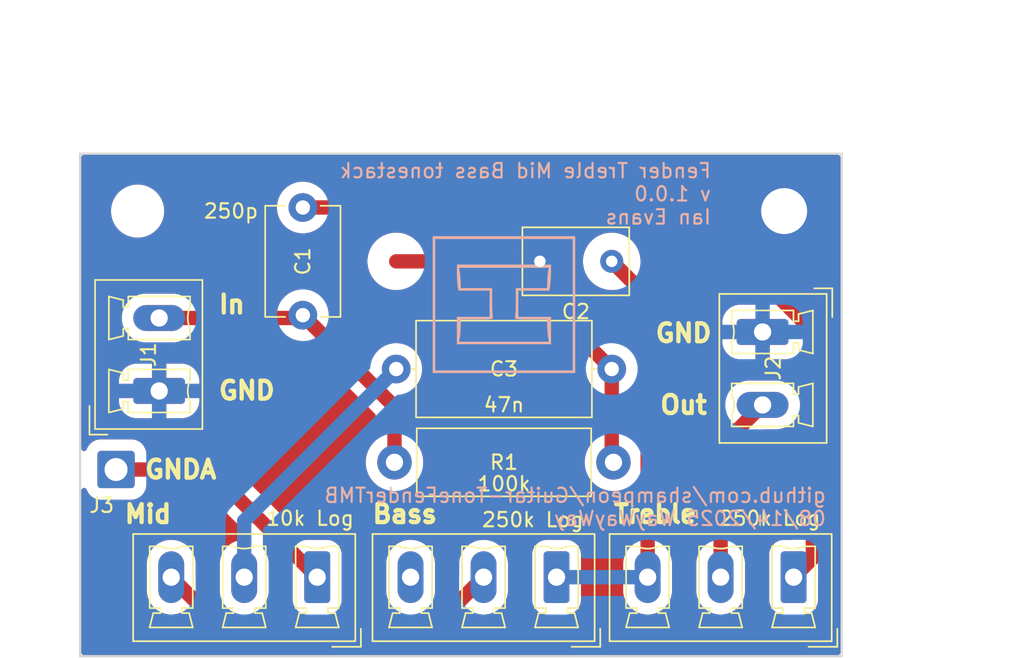
<source format=kicad_pcb>
(kicad_pcb (version 20241229) (generator "pcbnew") (generator_version "9.0")
  (layers (0 "F.Cu" signal) (2 "B.Cu" signal) (13 "F.Paste" user) (15 "B.Paste" user) (5 "F.SilkS" user "F.Silkscreen") (7 "B.SilkS" user "B.Silkscreen") (1 "F.Mask" user) (3 "B.Mask" user) (25 "Edge.Cuts" user))
  (net 0 "")
  (net 1 "Net-(C1-Pad1)")
  (net 2 "Net-(C1-Pad2)")
  (net 3 "GNDA")
  (net 4 "GND")
  (net 5 "Net-(J2-Pad2)")
  (net 6 "Net-(C2-Pad2)")
  (net 7 "Net-(C2-Pad1)")
  (net 8 "Net-(C3-Pad2)")
  (net 9 "Net-(RV2-Pad2)")
  (footprint "Connector_Phoenix_MC_HighVoltage:PhoenixContact_MCV_1,5_2-G-5.08_1x02_P5.08mm_Vertical" (layer "F.Cu") (at 165.5 113.5275 90)
    (property "Reference" "J1" (at 2.5225 -0.7425 90) (layer "F.SilkS"))
    (property "Value" "Screw_Terminal_1x02")
    (fp_line (start -3.04 -4.85) (end -1.04 -4.85) (stroke (width 0.12)) (layer "F.SilkS"))
    (fp_line (start 7.73 -4.46) (end -2.65 -4.46) (stroke (width 0.12)) (layer "F.SilkS"))
    (fp_line (start -2.65 -4.46) (end -2.65 3.01) (stroke (width 0.12)) (layer "F.SilkS"))
    (fp_line (start -3.04 -3.6) (end -3.04 -4.85) (stroke (width 0.12)) (layer "F.SilkS"))
    (fp_line (start 6.58 -3.5) (end 6.33 -2.5) (stroke (width 0.12)) (layer "F.SilkS"))
    (fp_line (start 3.58 -3.5) (end 6.58 -3.5) (stroke (width 0.12)) (layer "F.SilkS"))
    (fp_line (start 1.5 -3.5) (end 1.25 -2.5) (stroke (width 0.12)) (layer "F.SilkS"))
    (fp_line (start -1.5 -3.5) (end 1.5 -3.5) (stroke (width 0.12)) (layer "F.SilkS"))
    (fp_line (start 6.33 -2.5) (end 5.83 -2.5) (stroke (width 0.12)) (layer "F.SilkS"))
    (fp_line (start 5.83 -2.5) (end 5.83 -2.15) (stroke (width 0.12)) (layer "F.SilkS"))
    (fp_line (start 4.33 -2.5) (end 3.83 -2.5) (stroke (width 0.12)) (layer "F.SilkS"))
    (fp_line (start 3.83 -2.5) (end 3.58 -3.5) (stroke (width 0.12)) (layer "F.SilkS"))
    (fp_line (start 1.25 -2.5) (end 0.75 -2.5) (stroke (width 0.12)) (layer "F.SilkS"))
    (fp_line (start 0.75 -2.5) (end 0.75 -2.15) (stroke (width 0.12)) (layer "F.SilkS"))
    (fp_line (start -0.75 -2.5) (end -1.25 -2.5) (stroke (width 0.12)) (layer "F.SilkS"))
    (fp_line (start -1.25 -2.5) (end -1.5 -3.5) (stroke (width 0.12)) (layer "F.SilkS"))
    (fp_line (start 6.58 -2.15) (end 6.58 2.15) (stroke (width 0.12)) (layer "F.SilkS"))
    (fp_line (start 5.83 -2.15) (end 6.58 -2.15) (stroke (width 0.12)) (layer "F.SilkS"))
    (fp_line (start 4.33 -2.15) (end 4.33 -2.5) (stroke (width 0.12)) (layer "F.SilkS"))
    (fp_line (start 3.58 -2.15) (end 4.33 -2.15) (stroke (width 0.12)) (layer "F.SilkS"))
    (fp_line (start 1.5 -2.15) (end 1.5 2.15) (stroke (width 0.12)) (layer "F.SilkS"))
    (fp_line (start 0.75 -2.15) (end 1.5 -2.15) (stroke (width 0.12)) (layer "F.SilkS"))
    (fp_line (start -0.75 -2.15) (end -0.75 -2.5) (stroke (width 0.12)) (layer "F.SilkS"))
    (fp_line (start -1.5 -2.15) (end -0.75 -2.15) (stroke (width 0.12)) (layer "F.SilkS"))
    (fp_line (start 6.58 2.15) (end 5.83 2.15) (stroke (width 0.12)) (layer "F.SilkS"))
    (fp_line (start 4.33 2.15) (end 3.58 2.15) (stroke (width 0.12)) (layer "F.SilkS"))
    (fp_line (start 3.58 2.15) (end 3.58 -2.15) (stroke (width 0.12)) (layer "F.SilkS"))
    (fp_line (start 1.5 2.15) (end 0.75 2.15) (stroke (width 0.12)) (layer "F.SilkS"))
    (fp_line (start -0.75 2.15) (end -1.5 2.15) (stroke (width 0.12)) (layer "F.SilkS"))
    (fp_line (start -1.5 2.15) (end -1.5 -2.15) (stroke (width 0.12)) (layer "F.SilkS"))
    (fp_line (start 7.73 3.01) (end 7.73 -4.46) (stroke (width 0.12)) (layer "F.SilkS"))
    (fp_line (start -2.65 3.01) (end 7.73 3.01) (stroke (width 0.12)) (layer "F.SilkS"))
    (fp_arc (start 4.33 2.15) (mid 5.079807 1.99191) (end 5.829647 2.149844) (stroke (width 0.12)) (layer "F.SilkS"))
    (fp_arc (start -0.75 2.15) (mid -0.000193 1.99191) (end 0.749647 2.149844) (stroke (width 0.12)) (layer "F.SilkS"))
    (pad "1" thru_hole roundrect (at 0 0 90) (size 1.8 3.6) (drill 1.2) (layers "*.Cu" "*.Mask") (roundrect_rratio 0.138889) (net 4 "GND"))
    (pad "2" thru_hole oval (at 5.08 0 90) (size 1.8 3.6) (drill 1.2) (layers "*.Cu" "*.Mask") (net 1 "Net-(C1-Pad1)"))
  )
  (footprint "Connector_Phoenix_MC_HighVoltage:PhoenixContact_MCV_1,5_2-G-5.08_1x02_P5.08mm_Vertical" (layer "F.Cu") (at 207.5 109.42 -90)
    (property "Reference" "J2" (at 2.5225 -0.7425 270) (layer "F.SilkS"))
    (property "Value" "Screw_Terminal_1x02")
    (fp_line (start -2.65 3.01) (end 7.73 3.01) (stroke (width 0.12)) (layer "F.SilkS"))
    (fp_line (start 7.73 3.01) (end 7.73 -4.46) (stroke (width 0.12)) (layer "F.SilkS"))
    (fp_line (start -1.5 2.15) (end -1.5 -2.15) (stroke (width 0.12)) (layer "F.SilkS"))
    (fp_line (start -0.75 2.15) (end -1.5 2.15) (stroke (width 0.12)) (layer "F.SilkS"))
    (fp_line (start 1.5 2.15) (end 0.75 2.15) (stroke (width 0.12)) (layer "F.SilkS"))
    (fp_line (start 3.58 2.15) (end 3.58 -2.15) (stroke (width 0.12)) (layer "F.SilkS"))
    (fp_line (start 4.33 2.15) (end 3.58 2.15) (stroke (width 0.12)) (layer "F.SilkS"))
    (fp_line (start 6.58 2.15) (end 5.83 2.15) (stroke (width 0.12)) (layer "F.SilkS"))
    (fp_line (start -1.5 -2.15) (end -0.75 -2.15) (stroke (width 0.12)) (layer "F.SilkS"))
    (fp_line (start -0.75 -2.15) (end -0.75 -2.5) (stroke (width 0.12)) (layer "F.SilkS"))
    (fp_line (start 0.75 -2.15) (end 1.5 -2.15) (stroke (width 0.12)) (layer "F.SilkS"))
    (fp_line (start 1.5 -2.15) (end 1.5 2.15) (stroke (width 0.12)) (layer "F.SilkS"))
    (fp_line (start 3.58 -2.15) (end 4.33 -2.15) (stroke (width 0.12)) (layer "F.SilkS"))
    (fp_line (start 4.33 -2.15) (end 4.33 -2.5) (stroke (width 0.12)) (layer "F.SilkS"))
    (fp_line (start 5.83 -2.15) (end 6.58 -2.15) (stroke (width 0.12)) (layer "F.SilkS"))
    (fp_line (start 6.58 -2.15) (end 6.58 2.15) (stroke (width 0.12)) (layer "F.SilkS"))
    (fp_line (start -1.25 -2.5) (end -1.5 -3.5) (stroke (width 0.12)) (layer "F.SilkS"))
    (fp_line (start -0.75 -2.5) (end -1.25 -2.5) (stroke (width 0.12)) (layer "F.SilkS"))
    (fp_line (start 0.75 -2.5) (end 0.75 -2.15) (stroke (width 0.12)) (layer "F.SilkS"))
    (fp_line (start 1.25 -2.5) (end 0.75 -2.5) (stroke (width 0.12)) (layer "F.SilkS"))
    (fp_line (start 3.83 -2.5) (end 3.58 -3.5) (stroke (width 0.12)) (layer "F.SilkS"))
    (fp_line (start 4.33 -2.5) (end 3.83 -2.5) (stroke (width 0.12)) (layer "F.SilkS"))
    (fp_line (start 5.83 -2.5) (end 5.83 -2.15) (stroke (width 0.12)) (layer "F.SilkS"))
    (fp_line (start 6.33 -2.5) (end 5.83 -2.5) (stroke (width 0.12)) (layer "F.SilkS"))
    (fp_line (start -1.5 -3.5) (end 1.5 -3.5) (stroke (width 0.12)) (layer "F.SilkS"))
    (fp_line (start 1.5 -3.5) (end 1.25 -2.5) (stroke (width 0.12)) (layer "F.SilkS"))
    (fp_line (start 3.58 -3.5) (end 6.58 -3.5) (stroke (width 0.12)) (layer "F.SilkS"))
    (fp_line (start 6.58 -3.5) (end 6.33 -2.5) (stroke (width 0.12)) (layer "F.SilkS"))
    (fp_line (start -3.04 -3.6) (end -3.04 -4.85) (stroke (width 0.12)) (layer "F.SilkS"))
    (fp_line (start -2.65 -4.46) (end -2.65 3.01) (stroke (width 0.12)) (layer "F.SilkS"))
    (fp_line (start 7.73 -4.46) (end -2.65 -4.46) (stroke (width 0.12)) (layer "F.SilkS"))
    (fp_line (start -3.04 -4.85) (end -1.04 -4.85) (stroke (width 0.12)) (layer "F.SilkS"))
    (fp_arc (start -0.75 2.15) (mid -0.000193 1.99191) (end 0.749647 2.149844) (stroke (width 0.12)) (layer "F.SilkS"))
    (fp_arc (start 4.33 2.15) (mid 5.079807 1.99191) (end 5.829647 2.149844) (stroke (width 0.12)) (layer "F.SilkS"))
    (pad "1" thru_hole roundrect (at 0 0 270) (size 1.8 3.6) (drill 1.2) (layers "*.Cu" "*.Mask") (roundrect_rratio 0.138889) (net 4 "GND"))
    (pad "2" thru_hole oval (at 5.08 0 270) (size 1.8 3.6) (drill 1.2) (layers "*.Cu" "*.Mask") (net 5 "Net-(J2-Pad2)"))
  )
  (footprint "Resistor_THT:R_Axial_DIN0414_L11.9mm_D4.5mm_P15.24mm_Horizontal" (layer "F.Cu") (at 181.88 118.5)
    (property "Reference" "R1" (at 7.62 0 0) (layer "F.SilkS"))
    (property "Value" "100k" (at 7.62 1.5 0) (layer "F.SilkS"))
    (fp_line (start 1.44 0) (end 1.55 0) (stroke (width 0.12)) (layer "F.SilkS"))
    (fp_line (start 13.8 0) (end 13.69 0) (stroke (width 0.12)) (layer "F.SilkS"))
    (fp_rect (start 1.55 -2.37) (end 13.69 2.37) (stroke (width 0.12)) (fill no) (layer "F.SilkS"))
    (pad "1" thru_hole circle (at 0 0) (size 2.4 2.4) (drill 1.2) (layers "*.Cu" "*.Mask") (net 1 "Net-(C1-Pad1)"))
    (pad "2" thru_hole circle (at 15.24 0) (size 2.4 2.4) (drill 1.2) (layers "*.Cu" "*.Mask") (net 6 "Net-(C2-Pad2)"))
  )
  (footprint "Connector_Wire:SolderWire-0.75sqmm_1x01_D1.25mm_OD2.3mm" (layer "F.Cu") (at 162.5 119)
    (property "Reference" "J3" (at -1 2.5 0) (layer "F.SilkS"))
    (property "Value" "Screw_Terminal_1x01")
    (pad "1" thru_hole roundrect (at 0 0) (size 2.6 2.6) (drill 1.6) (layers "*.Cu" "*.Mask") (roundrect_rratio 0.096154) (net 3 "GNDA"))
  )
  (footprint "Capacitor_THT:C_Disc_D7.5mm_W5.0mm_P7.50mm" (layer "F.Cu") (at 175.5 108.25 90)
    (property "Reference" "C1" (at 3.75 0 90) (layer "F.SilkS"))
    (property "Value" "250p" (at 7.25 -5 180) (layer "F.SilkS"))
    (fp_line (start 7.62 -2.62) (end 7.62 -1.234) (stroke (width 0.12)) (layer "F.SilkS"))
    (fp_line (start -0.12 -2.62) (end 7.62 -2.62) (stroke (width 0.12)) (layer "F.SilkS"))
    (fp_line (start -0.12 -1.234) (end -0.12 -2.62) (stroke (width 0.12)) (layer "F.SilkS"))
    (fp_line (start 7.62 1.234) (end 7.62 2.62) (stroke (width 0.12)) (layer "F.SilkS"))
    (fp_line (start 7.62 2.62) (end -0.12 2.62) (stroke (width 0.12)) (layer "F.SilkS"))
    (fp_line (start -0.12 2.62) (end -0.12 1.234) (stroke (width 0.12)) (layer "F.SilkS"))
    (pad "1" thru_hole circle (at 0 0 90) (size 2 2) (drill 1) (layers "*.Cu" "*.Mask") (net 1 "Net-(C1-Pad1)"))
    (pad "2" thru_hole circle (at 7.5 0 90) (size 2 2) (drill 1) (layers "*.Cu" "*.Mask") (net 2 "Net-(C1-Pad2)"))
  )
  (footprint "Capacitor_THT:C_Rect_L7.2mm_W4.5mm_P5.00mm_FKS2_FKP2_MKS2_MKP2" (layer "F.Cu") (at 197 104.5 180)
    (property "Reference" "C2" (at 2.5 -3.5 180) (layer "F.SilkS"))
    (property "Value" "100n")
    (fp_line (start 6.22 2.37) (end -1.22 2.37) (stroke (width 0.12)) (layer "F.SilkS"))
    (fp_line (start 6.22 -2.37) (end 6.22 2.37) (stroke (width 0.12)) (layer "F.SilkS"))
    (fp_line (start -1.22 2.37) (end -1.22 -2.37) (stroke (width 0.12)) (layer "F.SilkS"))
    (fp_line (start -1.22 -2.37) (end 6.22 -2.37) (stroke (width 0.12)) (layer "F.SilkS"))
    (pad "1" thru_hole circle (at 0 0 180) (size 1.6 1.6) (drill 0.8) (layers "*.Cu" "*.Mask") (net 7 "Net-(C2-Pad1)"))
    (pad "2" thru_hole circle (at 5 0 180) (size 1.6 1.6) (drill 0.8) (layers "*.Cu" "*.Mask") (net 6 "Net-(C2-Pad2)"))
  )
  (footprint "Connector_Phoenix_MC_HighVoltage:PhoenixContact_MCV_1,5_3-G-5.08_1x03_P5.08mm_Vertical" (layer "F.Cu") (at 209.66 126.5 180)
    (property "Reference" "RV1" (hide yes))
    (property "Value" "250k Log" (at 1.66 4.1 0) (layer "F.SilkS"))
    (fp_line (start 12.81 3.01) (end 12.81 -4.46) (stroke (width 0.12)) (layer "F.SilkS"))
    (fp_line (start 12.81 -4.46) (end -2.65 -4.46) (stroke (width 0.12)) (layer "F.SilkS"))
    (fp_line (start 11.66 2.15) (end 10.91 2.15) (stroke (width 0.12)) (layer "F.SilkS"))
    (fp_line (start 11.66 -2.15) (end 11.66 2.15) (stroke (width 0.12)) (layer "F.SilkS"))
    (fp_line (start 11.66 -3.5) (end 11.41 -2.5) (stroke (width 0.12)) (layer "F.SilkS"))
    (fp_line (start 11.41 -2.5) (end 10.91 -2.5) (stroke (width 0.12)) (layer "F.SilkS"))
    (fp_line (start 10.91 -2.15) (end 11.66 -2.15) (stroke (width 0.12)) (layer "F.SilkS"))
    (fp_line (start 10.91 -2.5) (end 10.91 -2.15) (stroke (width 0.12)) (layer "F.SilkS"))
    (fp_line (start 9.41 2.15) (end 8.66 2.15) (stroke (width 0.12)) (layer "F.SilkS"))
    (fp_line (start 9.41 -2.15) (end 9.41 -2.5) (stroke (width 0.12)) (layer "F.SilkS"))
    (fp_line (start 9.41 -2.5) (end 8.91 -2.5) (stroke (width 0.12)) (layer "F.SilkS"))
    (fp_line (start 8.91 -2.5) (end 8.66 -3.5) (stroke (width 0.12)) (layer "F.SilkS"))
    (fp_line (start 8.66 2.15) (end 8.66 -2.15) (stroke (width 0.12)) (layer "F.SilkS"))
    (fp_line (start 8.66 -2.15) (end 9.41 -2.15) (stroke (width 0.12)) (layer "F.SilkS"))
    (fp_line (start 8.66 -3.5) (end 11.66 -3.5) (stroke (width 0.12)) (layer "F.SilkS"))
    (fp_line (start 6.58 2.15) (end 5.83 2.15) (stroke (width 0.12)) (layer "F.SilkS"))
    (fp_line (start 6.58 -2.15) (end 6.58 2.15) (stroke (width 0.12)) (layer "F.SilkS"))
    (fp_line (start 6.58 -3.5) (end 6.33 -2.5) (stroke (width 0.12)) (layer "F.SilkS"))
    (fp_line (start 6.33 -2.5) (end 5.83 -2.5) (stroke (width 0.12)) (layer "F.SilkS"))
    (fp_line (start 5.83 -2.15) (end 6.58 -2.15) (stroke (width 0.12)) (layer "F.SilkS"))
    (fp_line (start 5.83 -2.5) (end 5.83 -2.15) (stroke (width 0.12)) (layer "F.SilkS"))
    (fp_line (start 4.33 2.15) (end 3.58 2.15) (stroke (width 0.12)) (layer "F.SilkS"))
    (fp_line (start 4.33 -2.15) (end 4.33 -2.5) (stroke (width 0.12)) (layer "F.SilkS"))
    (fp_line (start 4.33 -2.5) (end 3.83 -2.5) (stroke (width 0.12)) (layer "F.SilkS"))
    (fp_line (start 3.83 -2.5) (end 3.58 -3.5) (stroke (width 0.12)) (layer "F.SilkS"))
    (fp_line (start 3.58 2.15) (end 3.58 -2.15) (stroke (width 0.12)) (layer "F.SilkS"))
    (fp_line (start 3.58 -2.15) (end 4.33 -2.15) (stroke (width 0.12)) (layer "F.SilkS"))
    (fp_line (start 3.58 -3.5) (end 6.58 -3.5) (stroke (width 0.12)) (layer "F.SilkS"))
    (fp_line (start 1.5 2.15) (end 0.75 2.15) (stroke (width 0.12)) (layer "F.SilkS"))
    (fp_line (start 1.5 -2.15) (end 1.5 2.15) (stroke (width 0.12)) (layer "F.SilkS"))
    (fp_line (start 1.5 -3.5) (end 1.25 -2.5) (stroke (width 0.12)) (layer "F.SilkS"))
    (fp_line (start 1.25 -2.5) (end 0.75 -2.5) (stroke (width 0.12)) (layer "F.SilkS"))
    (fp_line (start 0.75 -2.15) (end 1.5 -2.15) (stroke (width 0.12)) (layer "F.SilkS"))
    (fp_line (start 0.75 -2.5) (end 0.75 -2.15) (stroke (width 0.12)) (layer "F.SilkS"))
    (fp_line (start -0.75 2.15) (end -1.5 2.15) (stroke (width 0.12)) (layer "F.SilkS"))
    (fp_line (start -0.75 -2.15) (end -0.75 -2.5) (stroke (width 0.12)) (layer "F.SilkS"))
    (fp_line (start -0.75 -2.5) (end -1.25 -2.5) (stroke (width 0.12)) (layer "F.SilkS"))
    (fp_line (start -1.25 -2.5) (end -1.5 -3.5) (stroke (width 0.12)) (layer "F.SilkS"))
    (fp_line (start -1.5 2.15) (end -1.5 -2.15) (stroke (width 0.12)) (layer "F.SilkS"))
    (fp_line (start -1.5 -2.15) (end -0.75 -2.15) (stroke (width 0.12)) (layer "F.SilkS"))
    (fp_line (start -1.5 -3.5) (end 1.5 -3.5) (stroke (width 0.12)) (layer "F.SilkS"))
    (fp_line (start -2.65 3.01) (end 12.81 3.01) (stroke (width 0.12)) (layer "F.SilkS"))
    (fp_line (start -2.65 -4.46) (end -2.65 3.01) (stroke (width 0.12)) (layer "F.SilkS"))
    (fp_line (start -3.04 -3.6) (end -3.04 -4.85) (stroke (width 0.12)) (layer "F.SilkS"))
    (fp_line (start -3.04 -4.85) (end -1.04 -4.85) (stroke (width 0.12)) (layer "F.SilkS"))
    (fp_arc (start 9.41 2.15) (mid 10.159807 1.99191) (end 10.909647 2.149844) (stroke (width 0.12)) (layer "F.SilkS"))
    (fp_arc (start 4.33 2.15) (mid 5.079807 1.99191) (end 5.829647 2.149844) (stroke (width 0.12)) (layer "F.SilkS"))
    (fp_arc (start -0.75 2.15) (mid -0.000193 1.99191) (end 0.749647 2.149844) (stroke (width 0.12)) (layer "F.SilkS"))
    (pad "1" thru_hole roundrect (at 0 0 180) (size 1.8 3.6) (drill 1.2) (layers "*.Cu" "*.Mask") (roundrect_rratio 0.138889) (net 2 "Net-(C1-Pad2)"))
    (pad "2" thru_hole oval (at 5.08 0 180) (size 1.8 3.6) (drill 1.2) (layers "*.Cu" "*.Mask") (net 5 "Net-(J2-Pad2)"))
    (pad "3" thru_hole oval (at 10.16 0 180) (size 1.8 3.6) (drill 1.2) (layers "*.Cu" "*.Mask") (net 7 "Net-(C2-Pad1)"))
  )
  (footprint "LOGO" (layer "F.Cu") (at 189.5 107.5)
    (property "Reference" "G***" (hide yes))
    (property "Value" "LOGO" (hide yes))
    (fp_poly (pts (xy 4.961649 0.01266) (xy 4.961649 4.779563) (xy 0 4.779566) (xy -4.961649 4.779569) (xy -4.961649 0.022759) (xy -4.77957 0.022759) (xy -4.77957 4.59749) (xy 0 4.59749) (xy 4.77957 4.59749) (xy 4.77957 0.022759) (xy 4.77957 -4.551972) (xy 0 -4.551972) (xy -4.77957 -4.551972) (xy -4.77957 0.022759) (xy -4.961649 0.022759) (xy -4.961649 0.012666) (xy -4.961649 -4.754238) (xy 0 -4.75424) (xy 4.961649 -4.754243)) (fill yes) (layer "B.SilkS"))
    (fp_poly (pts (xy 3.276417 -2.207707) (xy 3.266448 -1.837004) (xy 3.241828 -1.483598) (xy 3.218986 -1.297312) (xy 3.162556 -0.955915) (xy 2.081995 -0.955915) (xy 1.001434 -0.955915) (xy 1.001434 -0.04552) (xy 1.001434 0.864874) (xy 2.139426 0.864874) (xy 3.277419 0.864874) (xy 3.277419 1.820788) (xy 3.277419 2.776702) (xy 0 2.776702) (xy -3.277419 2.776702) (xy -3.277419 2.594623) (xy -3.119164 2.594623) (xy 0 2.594623) (xy 3.119164 2.594623) (xy 3.062735 2.253225) (xy 3.02685 1.939582) (xy 3.006765 1.577508) (xy 3.005303 1.47939) (xy 3.004301 1.046953) (xy 1.856568 1.046953) (xy 1.380083 1.044558) (xy 1.05875 1.035012) (xy 0.865682 1.01477) (xy 0.773986 0.980286) (xy 0.756774 0.928018) (xy 0.764095 0.902948) (xy 0.787221 0.755096) (xy 0.805592 0.470969) (xy 0.816892 0.096353) (xy 0.819355 -0.189525) (xy 0.819355 -1.137993) (xy 1.911828 -1.137993) (xy 3.004301 -1.137993) (xy 3.005303 -1.524911) (xy 3.01933 -1.862352) (xy 3.052477 -2.187857) (xy 3.059041 -2.230467) (xy 3.111777 -2.549105) (xy -0.001036 -2.549105) (xy -3.11385 -2.549105) (xy -3.059076 -2.14948) (xy -3.023614 -1.81752) (xy -3.005082 -1.501091) (xy -3.004301 -1.443925) (xy -3.004301 -1.137993) (xy -1.911828 -1.137993) (xy -0.819355 -1.137993) (xy -0.819355 -0.189525) (xy -0.814252 0.220711) (xy -0.800487 0.571897) (xy -0.780377 0.818246) (xy -0.764095 0.902948) (xy -0.760193 0.962847) (xy -0.82063 1.003624) (xy -0.972295 1.028823) (xy -1.242078 1.041988) (xy -1.65687 1.046664) (xy -1.856568 1.046953) (xy -3.004301 1.046953) (xy -3.005303 1.47939) (xy -3.018713 1.829947) (xy -3.050898 2.172147) (xy -3.062735 2.253225) (xy -3.119164 2.594623) (xy -3.277419 2.594623) (xy -3.277419 1.820788) (xy -3.277419 0.864874) (xy -2.139427 0.864874) (xy -1.001434 0.864874) (xy -1.001434 -0.04552) (xy -1.001434 -0.955915) (xy -2.082527 -0.955915) (xy -3.16362 -0.955915) (xy -3.22052 -1.240413) (xy -3.250147 -1.480704) (xy -3.270727 -1.823734) (xy -3.277419 -2.150807) (xy -3.277419 -2.776703) (xy 0 -2.776703) (xy 3.277419 -2.776703)) (fill yes) (layer "B.SilkS"))
  )
  (footprint "Connector_Phoenix_MC_HighVoltage:PhoenixContact_MCV_1,5_3-G-5.08_1x03_P5.08mm_Vertical" (layer "F.Cu") (at 193.16 126.5 180)
    (property "Reference" "RV2" (hide yes))
    (property "Value" "250k Log" (at 1.66 4 0) (layer "F.SilkS"))
    (fp_line (start 12.81 3.01) (end 12.81 -4.46) (stroke (width 0.12)) (layer "F.SilkS"))
    (fp_line (start 12.81 -4.46) (end -2.65 -4.46) (stroke (width 0.12)) (layer "F.SilkS"))
    (fp_line (start 11.66 2.15) (end 10.91 2.15) (stroke (width 0.12)) (layer "F.SilkS"))
    (fp_line (start 11.66 -2.15) (end 11.66 2.15) (stroke (width 0.12)) (layer "F.SilkS"))
    (fp_line (start 11.66 -3.5) (end 11.41 -2.5) (stroke (width 0.12)) (layer "F.SilkS"))
    (fp_line (start 11.41 -2.5) (end 10.91 -2.5) (stroke (width 0.12)) (layer "F.SilkS"))
    (fp_line (start 10.91 -2.15) (end 11.66 -2.15) (stroke (width 0.12)) (layer "F.SilkS"))
    (fp_line (start 10.91 -2.5) (end 10.91 -2.15) (stroke (width 0.12)) (layer "F.SilkS"))
    (fp_line (start 9.41 2.15) (end 8.66 2.15) (stroke (width 0.12)) (layer "F.SilkS"))
    (fp_line (start 9.41 -2.15) (end 9.41 -2.5) (stroke (width 0.12)) (layer "F.SilkS"))
    (fp_line (start 9.41 -2.5) (end 8.91 -2.5) (stroke (width 0.12)) (layer "F.SilkS"))
    (fp_line (start 8.91 -2.5) (end 8.66 -3.5) (stroke (width 0.12)) (layer "F.SilkS"))
    (fp_line (start 8.66 2.15) (end 8.66 -2.15) (stroke (width 0.12)) (layer "F.SilkS"))
    (fp_line (start 8.66 -2.15) (end 9.41 -2.15) (stroke (width 0.12)) (layer "F.SilkS"))
    (fp_line (start 8.66 -3.5) (end 11.66 -3.5) (stroke (width 0.12)) (layer "F.SilkS"))
    (fp_line (start 6.58 2.15) (end 5.83 2.15) (stroke (width 0.12)) (layer "F.SilkS"))
    (fp_line (start 6.58 -2.15) (end 6.58 2.15) (stroke (width 0.12)) (layer "F.SilkS"))
    (fp_line (start 6.58 -3.5) (end 6.33 -2.5) (stroke (width 0.12)) (layer "F.SilkS"))
    (fp_line (start 6.33 -2.5) (end 5.83 -2.5) (stroke (width 0.12)) (layer "F.SilkS"))
    (fp_line (start 5.83 -2.15) (end 6.58 -2.15) (stroke (width 0.12)) (layer "F.SilkS"))
    (fp_line (start 5.83 -2.5) (end 5.83 -2.15) (stroke (width 0.12)) (layer "F.SilkS"))
    (fp_line (start 4.33 2.15) (end 3.58 2.15) (stroke (width 0.12)) (layer "F.SilkS"))
    (fp_line (start 4.33 -2.15) (end 4.33 -2.5) (stroke (width 0.12)) (layer "F.SilkS"))
    (fp_line (start 4.33 -2.5) (end 3.83 -2.5) (stroke (width 0.12)) (layer "F.SilkS"))
    (fp_line (start 3.83 -2.5) (end 3.58 -3.5) (stroke (width 0.12)) (layer "F.SilkS"))
    (fp_line (start 3.58 2.15) (end 3.58 -2.15) (stroke (width 0.12)) (layer "F.SilkS"))
    (fp_line (start 3.58 -2.15) (end 4.33 -2.15) (stroke (width 0.12)) (layer "F.SilkS"))
    (fp_line (start 3.58 -3.5) (end 6.58 -3.5) (stroke (width 0.12)) (layer "F.SilkS"))
    (fp_line (start 1.5 2.15) (end 0.75 2.15) (stroke (width 0.12)) (layer "F.SilkS"))
    (fp_line (start 1.5 -2.15) (end 1.5 2.15) (stroke (width 0.12)) (layer "F.SilkS"))
    (fp_line (start 1.5 -3.5) (end 1.25 -2.5) (stroke (width 0.12)) (layer "F.SilkS"))
    (fp_line (start 1.25 -2.5) (end 0.75 -2.5) (stroke (width 0.12)) (layer "F.SilkS"))
    (fp_line (start 0.75 -2.15) (end 1.5 -2.15) (stroke (width 0.12)) (layer "F.SilkS"))
    (fp_line (start 0.75 -2.5) (end 0.75 -2.15) (stroke (width 0.12)) (layer "F.SilkS"))
    (fp_line (start -0.75 2.15) (end -1.5 2.15) (stroke (width 0.12)) (layer "F.SilkS"))
    (fp_line (start -0.75 -2.15) (end -0.75 -2.5) (stroke (width 0.12)) (layer "F.SilkS"))
    (fp_line (start -0.75 -2.5) (end -1.25 -2.5) (stroke (width 0.12)) (layer "F.SilkS"))
    (fp_line (start -1.25 -2.5) (end -1.5 -3.5) (stroke (width 0.12)) (layer "F.SilkS"))
    (fp_line (start -1.5 2.15) (end -1.5 -2.15) (stroke (width 0.12)) (layer "F.SilkS"))
    (fp_line (start -1.5 -2.15) (end -0.75 -2.15) (stroke (width 0.12)) (layer "F.SilkS"))
    (fp_line (start -1.5 -3.5) (end 1.5 -3.5) (stroke (width 0.12)) (layer "F.SilkS"))
    (fp_line (start -2.65 3.01) (end 12.81 3.01) (stroke (width 0.12)) (layer "F.SilkS"))
    (fp_line (start -2.65 -4.46) (end -2.65 3.01) (stroke (width 0.12)) (layer "F.SilkS"))
    (fp_line (start -3.04 -3.6) (end -3.04 -4.85) (stroke (width 0.12)) (layer "F.SilkS"))
    (fp_line (start -3.04 -4.85) (end -1.04 -4.85) (stroke (width 0.12)) (layer "F.SilkS"))
    (fp_arc (start 9.41 2.15) (mid 10.159807 1.99191) (end 10.909647 2.149844) (stroke (width 0.12)) (layer "F.SilkS"))
    (fp_arc (start 4.33 2.15) (mid 5.079807 1.99191) (end 5.829647 2.149844) (stroke (width 0.12)) (layer "F.SilkS"))
    (fp_arc (start -0.75 2.15) (mid -0.000193 1.99191) (end 0.749647 2.149844) (stroke (width 0.12)) (layer "F.SilkS"))
    (pad "1" thru_hole roundrect (at 0 0 180) (size 1.8 3.6) (drill 1.2) (layers "*.Cu" "*.Mask") (roundrect_rratio 0.138889) (net 7 "Net-(C2-Pad1)"))
    (pad "2" thru_hole oval (at 5.08 0 180) (size 1.8 3.6) (drill 1.2) (layers "*.Cu" "*.Mask") (net 9 "Net-(RV2-Pad2)"))
    (pad "3" thru_hole oval (at 10.16 0 180) (size 1.8 3.6) (drill 1.2) (layers "*.Cu" "*.Mask"))
  )
  (footprint "MountingHole:MountingHole_3.2mm_M3_Pad" (layer "F.Cu") (at 209 101)
    (property "Reference" "H2" (hide yes))
    (property "Value" "MountingHole_Pad")
    (pad "1" thru_hole circle (at 0 0) (size 6.4 6.4) (drill 3.2) (layers "*.Cu" "*.Mask") (net 4 "GND"))
  )
  (footprint "Connector_Phoenix_MC_HighVoltage:PhoenixContact_MCV_1,5_3-G-5.08_1x03_P5.08mm_Vertical" (layer "F.Cu") (at 176.5 126.5 180)
    (property "Reference" "RV3" (hide yes))
    (property "Value" "10k Log" (at 0.5 4.1 0) (layer "F.SilkS"))
    (fp_line (start 12.81 3.01) (end 12.81 -4.46) (stroke (width 0.12)) (layer "F.SilkS"))
    (fp_line (start 12.81 -4.46) (end -2.65 -4.46) (stroke (width 0.12)) (layer "F.SilkS"))
    (fp_line (start 11.66 2.15) (end 10.91 2.15) (stroke (width 0.12)) (layer "F.SilkS"))
    (fp_line (start 11.66 -2.15) (end 11.66 2.15) (stroke (width 0.12)) (layer "F.SilkS"))
    (fp_line (start 11.66 -3.5) (end 11.41 -2.5) (stroke (width 0.12)) (layer "F.SilkS"))
    (fp_line (start 11.41 -2.5) (end 10.91 -2.5) (stroke (width 0.12)) (layer "F.SilkS"))
    (fp_line (start 10.91 -2.15) (end 11.66 -2.15) (stroke (width 0.12)) (layer "F.SilkS"))
    (fp_line (start 10.91 -2.5) (end 10.91 -2.15) (stroke (width 0.12)) (layer "F.SilkS"))
    (fp_line (start 9.41 2.15) (end 8.66 2.15) (stroke (width 0.12)) (layer "F.SilkS"))
    (fp_line (start 9.41 -2.15) (end 9.41 -2.5) (stroke (width 0.12)) (layer "F.SilkS"))
    (fp_line (start 9.41 -2.5) (end 8.91 -2.5) (stroke (width 0.12)) (layer "F.SilkS"))
    (fp_line (start 8.91 -2.5) (end 8.66 -3.5) (stroke (width 0.12)) (layer "F.SilkS"))
    (fp_line (start 8.66 2.15) (end 8.66 -2.15) (stroke (width 0.12)) (layer "F.SilkS"))
    (fp_line (start 8.66 -2.15) (end 9.41 -2.15) (stroke (width 0.12)) (layer "F.SilkS"))
    (fp_line (start 8.66 -3.5) (end 11.66 -3.5) (stroke (width 0.12)) (layer "F.SilkS"))
    (fp_line (start 6.58 2.15) (end 5.83 2.15) (stroke (width 0.12)) (layer "F.SilkS"))
    (fp_line (start 6.58 -2.15) (end 6.58 2.15) (stroke (width 0.12)) (layer "F.SilkS"))
    (fp_line (start 6.58 -3.5) (end 6.33 -2.5) (stroke (width 0.12)) (layer "F.SilkS"))
    (fp_line (start 6.33 -2.5) (end 5.83 -2.5) (stroke (width 0.12)) (layer "F.SilkS"))
    (fp_line (start 5.83 -2.15) (end 6.58 -2.15) (stroke (width 0.12)) (layer "F.SilkS"))
    (fp_line (start 5.83 -2.5) (end 5.83 -2.15) (stroke (width 0.12)) (layer "F.SilkS"))
    (fp_line (start 4.33 2.15) (end 3.58 2.15) (stroke (width 0.12)) (layer "F.SilkS"))
    (fp_line (start 4.33 -2.15) (end 4.33 -2.5) (stroke (width 0.12)) (layer "F.SilkS"))
    (fp_line (start 4.33 -2.5) (end 3.83 -2.5) (stroke (width 0.12)) (layer "F.SilkS"))
    (fp_line (start 3.83 -2.5) (end 3.58 -3.5) (stroke (width 0.12)) (layer "F.SilkS"))
    (fp_line (start 3.58 2.15) (end 3.58 -2.15) (stroke (width 0.12)) (layer "F.SilkS"))
    (fp_line (start 3.58 -2.15) (end 4.33 -2.15) (stroke (width 0.12)) (layer "F.SilkS"))
    (fp_line (start 3.58 -3.5) (end 6.58 -3.5) (stroke (width 0.12)) (layer "F.SilkS"))
    (fp_line (start 1.5 2.15) (end 0.75 2.15) (stroke (width 0.12)) (layer "F.SilkS"))
    (fp_line (start 1.5 -2.15) (end 1.5 2.15) (stroke (width 0.12)) (layer "F.SilkS"))
    (fp_line (start 1.5 -3.5) (end 1.25 -2.5) (stroke (width 0.12)) (layer "F.SilkS"))
    (fp_line (start 1.25 -2.5) (end 0.75 -2.5) (stroke (width 0.12)) (layer "F.SilkS"))
    (fp_line (start 0.75 -2.15) (end 1.5 -2.15) (stroke (width 0.12)) (layer "F.SilkS"))
    (fp_line (start 0.75 -2.5) (end 0.75 -2.15) (stroke (width 0.12)) (layer "F.SilkS"))
    (fp_line (start -0.75 2.15) (end -1.5 2.15) (stroke (width 0.12)) (layer "F.SilkS"))
    (fp_line (start -0.75 -2.15) (end -0.75 -2.5) (stroke (width 0.12)) (layer "F.SilkS"))
    (fp_line (start -0.75 -2.5) (end -1.25 -2.5) (stroke (width 0.12)) (layer "F.SilkS"))
    (fp_line (start -1.25 -2.5) (end -1.5 -3.5) (stroke (width 0.12)) (layer "F.SilkS"))
    (fp_line (start -1.5 2.15) (end -1.5 -2.15) (stroke (width 0.12)) (layer "F.SilkS"))
    (fp_line (start -1.5 -2.15) (end -0.75 -2.15) (stroke (width 0.12)) (layer "F.SilkS"))
    (fp_line (start -1.5 -3.5) (end 1.5 -3.5) (stroke (width 0.12)) (layer "F.SilkS"))
    (fp_line (start -2.65 3.01) (end 12.81 3.01) (stroke (width 0.12)) (layer "F.SilkS"))
    (fp_line (start -2.65 -4.46) (end -2.65 3.01) (stroke (width 0.12)) (layer "F.SilkS"))
    (fp_line (start -3.04 -3.6) (end -3.04 -4.85) (stroke (width 0.12)) (layer "F.SilkS"))
    (fp_line (start -3.04 -4.85) (end -1.04 -4.85) (stroke (width 0.12)) (layer "F.SilkS"))
    (fp_arc (start 9.41 2.15) (mid 10.159807 1.99191) (end 10.909647 2.149844) (stroke (width 0.12)) (layer "F.SilkS"))
    (fp_arc (start 4.33 2.15) (mid 5.079807 1.99191) (end 5.829647 2.149844) (stroke (width 0.12)) (layer "F.SilkS"))
    (fp_arc (start -0.75 2.15) (mid -0.000193 1.99191) (end 0.749647 2.149844) (stroke (width 0.12)) (layer "F.SilkS"))
    (pad "1" thru_hole roundrect (at 0 0 180) (size 1.8 3.6) (drill 1.2) (layers "*.Cu" "*.Mask") (roundrect_rratio 0.138889) (net 3 "GNDA"))
    (pad "2" thru_hole oval (at 5.08 0 180) (size 1.8 3.6) (drill 1.2) (layers "*.Cu" "*.Mask") (net 8 "Net-(C3-Pad2)"))
    (pad "3" thru_hole oval (at 10.16 0 180) (size 1.8 3.6) (drill 1.2) (layers "*.Cu" "*.Mask") (net 9 "Net-(RV2-Pad2)"))
  )
  (footprint "Local:C_Axial_L12.0mm_D6.5mm_P15.00mm_Horizontal" (layer "F.Cu") (at 197 112 180)
    (property "Reference" "C3" (at 7.5 0 0) (layer "F.SilkS"))
    (property "Value" "47n" (at 7.5 -2.5 0) (layer "F.SilkS"))
    (fp_line (start 13.96 0) (end 13.62 0) (stroke (width 0.12)) (layer "F.SilkS"))
    (fp_line (start 1.04 0) (end 1.38 0) (stroke (width 0.12)) (layer "F.SilkS"))
    (fp_rect (start 1.38 -3.37) (end 13.62 3.37) (stroke (width 0.12)) (fill no) (layer "F.SilkS"))
    (pad "1" thru_hole circle (at 0 0 180) (size 2 2) (drill 1) (layers "*.Cu" "*.Mask") (net 6 "Net-(C2-Pad2)"))
    (pad "2" thru_hole circle (at 15 0 180) (size 2 2) (drill 1) (layers "*.Cu" "*.Mask") (net 8 "Net-(C3-Pad2)"))
  )
  (footprint "MountingHole:MountingHole_3.2mm_M3" (layer "F.Cu") (at 164 101)
    (property "Reference" "H1" (hide yes))
    (property "Value" "MountingHole")
    (pad "" np_thru_hole circle (at 0 0) (size 3.2 3.2) (drill 3.2) (layers "*.Cu" "*.Mask"))
  )
  (gr_line (start 160 132) (end 213 132) (stroke (width 0.15)) (layer "Edge.Cuts"))
  (gr_line (start 213 97) (end 213 132) (stroke (width 0.15)) (layer "Edge.Cuts"))
  (gr_line (start 160 132) (end 160 97) (stroke (width 0.15)) (layer "Edge.Cuts"))
  (gr_line (start 213 97) (end 160 97) (stroke (width 0.15)) (layer "Edge.Cuts"))
  (gr_text "Out" (at 202 114.5 0) (layer "F.SilkS") (effects (font (size 1.25 1.25) (thickness 0.3))))
  (gr_text "GNDA" (at 167 119 0) (layer "F.SilkS") (effects (font (size 1.25 1.25) (thickness 0.3))))
  (gr_text "Bass" (at 185 122.1 0) (layer "F.SilkS") (effects (font (size 1.25 1.25) (thickness 0.3)) (justify right)))
  (gr_text "Mid" (at 166.5 122.1 0) (layer "F.SilkS") (effects (font (size 1.25 1.25) (thickness 0.3)) (justify right)))
  (gr_text "GND" (at 169.5 113.5 0) (layer "F.SilkS") (effects (font (size 1.25 1.25) (thickness 0.3)) (justify left)))
  (gr_text "GND" (at 202 109.5 0) (layer "F.SilkS") (effects (font (size 1.25 1.25) (thickness 0.3))))
  (gr_text "In" (at 169.5 107.5 0) (layer "F.SilkS") (effects (font (size 1.25 1.25) (thickness 0.3)) (justify left)))
  (gr_text "Treble" (at 197 122.1 0) (layer "F.SilkS") (effects (font (size 1.25 1.25) (thickness 0.3)) (justify left)))
  (gr_text "Fender Treble Mid Bass tonestack\nv 1.0.0\nIan Evans" (at 204 102 0) (layer "B.SilkS") (effects (font (size 1 1)) (justify left bottom mirror)))
  (gr_text "github.com/shampeon/Guitar-ToneFenderTMB\n08/14/2025 WayWayWay" (at 212 123 0) (layer "B.SilkS") (effects (font (size 1 1)) (justify left bottom mirror)))
  (segment (start 175.3025 108.4475) (end 175.5 108.25) (width 1) (layer "F.Cu") (net 1))
  (segment (start 181.88 114.63) (end 181.88 118.5) (width 1) (layer "F.Cu") (net 1))
  (segment (start 165.5 108.4475) (end 175.3025 108.4475) (width 1) (layer "F.Cu") (net 1))
  (segment (start 175.5 108.25) (end 181.88 114.63) (width 1) (layer "F.Cu") (net 1))
  (segment (start 175.5 100.75) (end 202.381844 100.75) (width 1) (layer "F.Cu") (net 2))
  (segment (start 211 109.368156) (end 211 125.16) (width 1) (layer "F.Cu") (net 2))
  (segment (start 211 125.16) (end 209.66 126.5) (width 1) (layer "F.Cu") (net 2))
  (segment (start 202.381844 100.75) (end 211 109.368156) (width 1) (layer "F.Cu") (net 2))
  (segment (start 162.5 119) (end 169 119) (width 1) (layer "F.Cu") (net 3))
  (segment (start 169 119) (end 176.5 126.5) (width 1) (layer "F.Cu") (net 3))
  (segment (start 204.58 117.42) (end 207.5 114.5) (width 1) (layer "F.Cu") (net 5))
  (segment (start 204.58 126.5) (end 204.58 117.42) (width 1) (layer "F.Cu") (net 5))
  (segment (start 189.5 104.5) (end 182 104.5) (width 1) (layer "F.Cu") (net 6))
  (segment (start 197 112) (end 189.5 104.5) (width 1) (layer "F.Cu") (net 6))
  (segment (start 197 118.38) (end 197.12 118.5) (width 1) (layer "F.Cu") (net 6))
  (segment (start 197 112) (end 197 118.38) (width 1) (layer "F.Cu") (net 6))
  (segment (start 199.5 107) (end 197 104.5) (width 1) (layer "F.Cu") (net 7))
  (segment (start 199.5 126.5) (end 199.5 107) (width 1) (layer "F.Cu") (net 7))
  (segment (start 193 126.5) (end 199.34 126.5) (width 1) (layer "B.Cu") (net 7))
  (segment (start 181.88 112.12) (end 182 112) (width 1) (layer "F.Cu") (net 8))
  (segment (start 182 112) (end 171.42 122.58) (width 1) (layer "B.Cu") (net 8))
  (segment (start 171.42 122.58) (end 171.42 126.5) (width 1) (layer "B.Cu") (net 8))
  (segment (start 184.58 130) (end 188.08 126.5) (width 1) (layer "F.Cu") (net 9))
  (segment (start 166.34 126.5) (end 169.84 130) (width 1) (layer "F.Cu") (net 9))
  (segment (start 169.84 130) (end 184.58 130) (width 1) (layer "F.Cu") (net 9))
  (zone (net 4) (net_name "GND") (layer "F.Cu") (connect_pads (clearance 0.8)) (min_thickness 0.4) (fill yes (thermal_gap 1) (thermal_bridge_width 1))
    (polygon (pts (xy 213 132) (xy 160 132) (xy 160 97) (xy 213 97)))
  )
  (zone (net 4) (net_name "GND") (layer "B.Cu") (connect_pads (clearance 0.8)) (min_thickness 0.4) (fill yes (thermal_gap 1) (thermal_bridge_width 1))
    (polygon (pts (xy 213 132) (xy 160 132) (xy 160 97) (xy 213 97)))
  )
)
</source>
